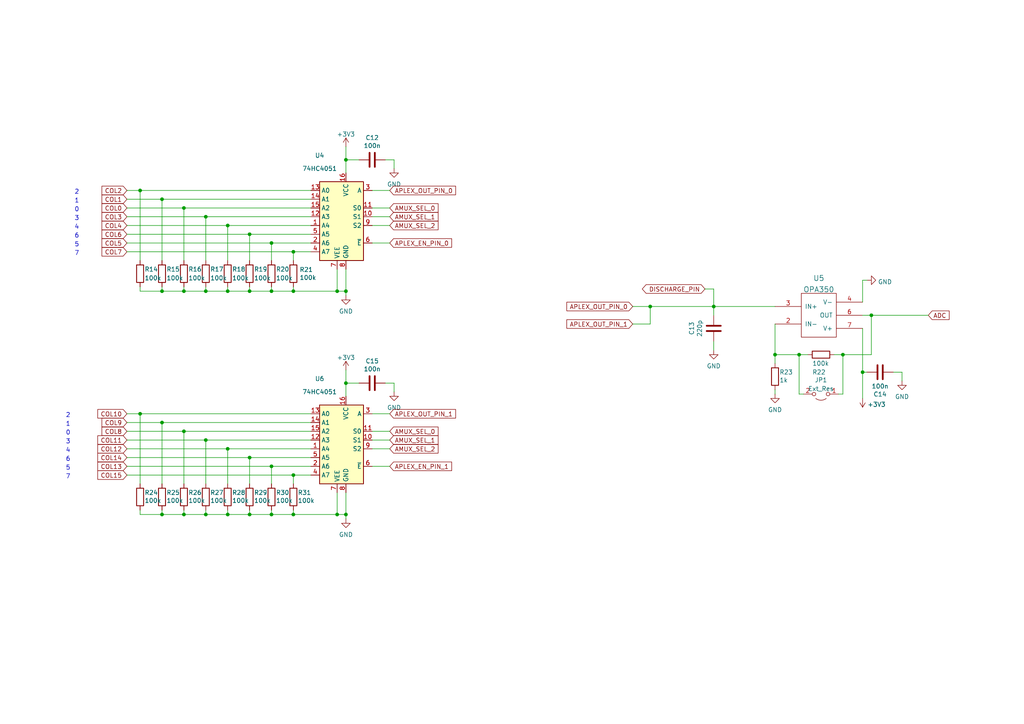
<source format=kicad_sch>
(kicad_sch (version 20230121) (generator eeschema)
  (paper "A4")
  (lib_symbols
    (symbol "74xx:74HC4051"
      (property "Reference" "U" (at -5.08 11.43 0))
      (property "Value" "74HC4051" (at -7.62 -13.97 0))
      (symbol "74HC4051_0_1"
        (rectangle (start -5.08 10.16) (end 7.62 -12.7) (stroke (width 0.254)) (fill (type background)))
      )
      (symbol "74HC4051_1_1"
        (pin passive line (at 10.16 -2.54 180) (length 2.54) (name "A4") (number "1"))
        (pin input line (at -7.62 0 0) (length 2.54) (name "S1") (number "10"))
        (pin input line (at -7.62 2.54 0) (length 2.54) (name "S0") (number "11"))
        (pin passive line (at 10.16 0 180) (length 2.54) (name "A3") (number "12"))
        (pin passive line (at 10.16 7.62 180) (length 2.54) (name "A0") (number "13"))
        (pin passive line (at 10.16 5.08 180) (length 2.54) (name "A1") (number "14"))
        (pin passive line (at 10.16 2.54 180) (length 2.54) (name "A2") (number "15"))
        (pin power_in line (at 0 12.7 270) (length 2.54) (name "VCC") (number "16"))
        (pin passive line (at 10.16 -7.62 180) (length 2.54) (name "A6") (number "2"))
        (pin passive line (at -7.62 7.62 0) (length 2.54) (name "A") (number "3"))
        (pin passive line (at 10.16 -10.16 180) (length 2.54) (name "A7") (number "4"))
        (pin passive line (at 10.16 -5.08 180) (length 2.54) (name "A5") (number "5"))
        (pin input line (at -7.62 -7.62 0) (length 2.54) (name "~{E}") (number "6"))
        (pin power_in line (at 2.54 -15.24 90) (length 2.54) (name "VEE") (number "7"))
        (pin power_in line (at 0 -15.24 90) (length 2.54) (name "GND") (number "8"))
        (pin input line (at -7.62 -2.54 0) (length 2.54) (name "S2") (number "9"))
      )
    )
    (symbol "Device:C" (pin_numbers hide) (pin_names (offset 0.254))
      (property "Reference" "C" (at 0.635 2.54 0))
      (property "Value" "C" (at 0.635 -2.54 0))
      (symbol "C_0_1"
        (polyline (pts (xy -2.032 -0.762) (xy 2.032 -0.762)) (stroke (width 0.508)))
        (polyline (pts (xy -2.032 0.762) (xy 2.032 0.762)) (stroke (width 0.508)))
      )
      (symbol "C_1_1"
        (pin passive line (at 0 3.81 270) (length 2.794) (name "~") (number "1"))
        (pin passive line (at 0 -3.81 90) (length 2.794) (name "~") (number "2"))
      )
    )
    (symbol "Device:R" (pin_numbers hide) (pin_names (offset 0))
      (property "Reference" "R" (at 2.032 0 90))
      (property "Value" "R" (at 0 0 90))
      (symbol "R_0_1"
        (rectangle (start -1.016 -2.54) (end 1.016 2.54) (stroke (width 0.254)))
      )
      (symbol "R_1_1"
        (pin passive line (at 0 3.81 270) (length 1.27) (name "~") (number "1"))
        (pin passive line (at 0 -3.81 90) (length 1.27) (name "~") (number "2"))
      )
    )
    (symbol "Jumper:Jumper_2_Open" (pin_names (offset 0) hide)
      (property "Reference" "JP" (at 0 2.794 0))
      (property "Value" "Jumper_2_Open" (at 0 -2.286 0))
      (symbol "Jumper_2_Open_0_0"
        (circle (center -2.032 0) (radius 0.508))
        (circle (center 2.032 0) (radius 0.508))
      )
      (symbol "Jumper_2_Open_0_1"
        (arc (start 1.524 1.27) (mid 0 1.778) (end -1.524 1.27))
      )
      (symbol "Jumper_2_Open_1_1"
        (pin passive line (at -5.08 0 0) (length 2.54) (name "A") (number "1"))
        (pin passive line (at 5.08 0 180) (length 2.54) (name "B") (number "2"))
      )
    )
    (symbol "burrbrown:OPA350" (pin_names (offset 1.016))
      (property "Reference" "U" (at 8.89 -7.62 0))
      (property "Value" "OPA350" (at 5.08 7.62 0))
      (symbol "OPA350_0_1"
        (rectangle (start 0 -6.35) (end 10.16 6.35))
        (pin input line (at -7.62 2.54 0) (length 7.62) (name "IN-") (number "2"))
        (pin input line (at -7.62 -2.54 0) (length 7.62) (name "IN+") (number "3"))
        (pin input line (at 17.78 -3.81 180) (length 7.62) (name "V-") (number "4"))
        (pin input line (at 17.78 0 180) (length 7.62) (name "OUT") (number "6"))
        (pin input line (at 17.78 3.81 180) (length 7.62) (name "V+") (number "7"))
      )
    )
    (symbol "power:+3.3V" (power) (pin_names (offset 0))
      (property "Value" "+3.3V" (at 0 3.556 0))
      (symbol "+3.3V_0_1"
        (polyline (pts (xy -0.762 1.27) (xy 0 2.54)))
        (polyline (pts (xy 0 0) (xy 0 2.54)))
        (polyline (pts (xy 0 2.54) (xy 0.762 1.27)))
      )
      (symbol "+3.3V_1_1"
        (pin power_in line (at 0 0 90) (length 0) hide (name "+3V3") (number "1"))
      )
    )
    (symbol "power:GND" (power) (pin_names (offset 0))
      (property "Value" "GND" (at 0 -3.81 0))
      (symbol "GND_0_1"
        (polyline (pts (xy 0 0) (xy 0 -1.27) (xy 1.27 -1.27) (xy 0 -2.54) (xy -1.27 -1.27) (xy 0 -1.27)))
      )
      (symbol "GND_1_1"
        (pin power_in line (at 0 0 270) (length 0) hide (name "GND") (number "1"))
      )
    )
  )
  (junction (at 59.69 127.635))
  (junction (at 78.74 149.225))
  (junction (at 46.99 57.785))
  (junction (at 53.34 84.455))
  (junction (at 46.99 122.555))
  (junction (at 66.04 130.175))
  (junction (at 250.19 107.95))
  (junction (at 46.99 84.455))
  (junction (at 46.99 149.225))
  (junction (at 78.74 135.255))
  (junction (at 207.01 88.9))
  (junction (at 97.79 84.455))
  (junction (at 66.04 65.405))
  (junction (at 40.64 55.245))
  (junction (at 252.73 91.44))
  (junction (at 85.09 73.025))
  (junction (at 97.79 149.225))
  (junction (at 85.09 84.455))
  (junction (at 224.79 102.87))
  (junction (at 100.33 84.455))
  (junction (at 231.775 102.87))
  (junction (at 100.33 46.355))
  (junction (at 53.34 125.095))
  (junction (at 100.33 111.125))
  (junction (at 59.69 149.225))
  (junction (at 244.475 102.87))
  (junction (at 53.34 149.225))
  (junction (at 66.04 149.225))
  (junction (at 72.39 132.715))
  (junction (at 59.69 62.865))
  (junction (at 40.64 120.015))
  (junction (at 72.39 67.945))
  (junction (at 188.595 88.9))
  (junction (at 66.04 84.455))
  (junction (at 100.33 149.225))
  (junction (at 85.09 137.795))
  (junction (at 53.34 60.325))
  (junction (at 85.09 149.225))
  (junction (at 78.74 70.485))
  (junction (at 59.69 84.455))
  (junction (at 72.39 84.455))
  (junction (at 72.39 149.225))
  (junction (at 78.74 84.455))
  (wire (pts (xy 46.99 122.555) (xy 36.83 122.555)))
  (wire (pts (xy 66.04 147.955) (xy 66.04 149.225)))
  (wire (pts (xy 233.045 114.3) (xy 231.775 114.3)))
  (wire (pts (xy 78.74 147.955) (xy 78.74 149.225)))
  (wire (pts (xy 188.595 88.9) (xy 188.595 93.98)))
  (wire (pts (xy 90.17 60.325) (xy 53.34 60.325)))
  (wire (pts (xy 53.34 149.225) (xy 59.69 149.225)))
  (wire (pts (xy 107.95 62.865) (xy 113.03 62.865)))
  (wire (pts (xy 85.09 147.955) (xy 85.09 149.225)))
  (wire (pts (xy 59.69 127.635) (xy 59.69 140.335)))
  (wire (pts (xy 261.62 107.95) (xy 261.62 110.49)))
  (wire (pts (xy 114.3 111.125) (xy 114.3 113.665)))
  (wire (pts (xy 85.09 149.225) (xy 97.79 149.225)))
  (wire (pts (xy 66.04 130.175) (xy 66.04 140.335)))
  (wire (pts (xy 66.04 65.405) (xy 36.83 65.405)))
  (wire (pts (xy 252.73 91.44) (xy 269.24 91.44)))
  (wire (pts (xy 72.39 147.955) (xy 72.39 149.225)))
  (wire (pts (xy 59.69 84.455) (xy 66.04 84.455)))
  (wire (pts (xy 72.39 75.565) (xy 72.39 67.945)))
  (wire (pts (xy 100.33 111.125) (xy 100.33 114.935)))
  (wire (pts (xy 46.99 57.785) (xy 36.83 57.785)))
  (wire (pts (xy 40.64 83.185) (xy 40.64 84.455)))
  (wire (pts (xy 66.04 149.225) (xy 72.39 149.225)))
  (wire (pts (xy 97.79 78.105) (xy 97.79 84.455)))
  (wire (pts (xy 90.17 67.945) (xy 72.39 67.945)))
  (wire (pts (xy 207.01 99.06) (xy 207.01 101.6)))
  (wire (pts (xy 250.19 115.57) (xy 250.19 107.95)))
  (wire (pts (xy 72.39 84.455) (xy 78.74 84.455)))
  (wire (pts (xy 85.09 140.335) (xy 85.09 137.795)))
  (wire (pts (xy 252.73 102.87) (xy 252.73 91.44)))
  (wire (pts (xy 90.17 130.175) (xy 66.04 130.175)))
  (wire (pts (xy 66.04 83.185) (xy 66.04 84.455)))
  (wire (pts (xy 90.17 132.715) (xy 72.39 132.715)))
  (wire (pts (xy 97.79 142.875) (xy 97.79 149.225)))
  (wire (pts (xy 46.99 149.225) (xy 53.34 149.225)))
  (wire (pts (xy 40.64 147.955) (xy 40.64 149.225)))
  (wire (pts (xy 107.95 127.635) (xy 113.03 127.635)))
  (wire (pts (xy 78.74 140.335) (xy 78.74 135.255)))
  (wire (pts (xy 244.475 114.3) (xy 244.475 102.87)))
  (wire (pts (xy 53.34 60.325) (xy 36.83 60.325)))
  (wire (pts (xy 90.17 127.635) (xy 59.69 127.635)))
  (wire (pts (xy 250.19 95.25) (xy 250.19 107.95)))
  (wire (pts (xy 241.935 102.87) (xy 244.475 102.87)))
  (wire (pts (xy 53.34 147.955) (xy 53.34 149.225)))
  (wire (pts (xy 36.83 130.175) (xy 66.04 130.175)))
  (wire (pts (xy 72.39 83.185) (xy 72.39 84.455)))
  (wire (pts (xy 78.74 70.485) (xy 90.17 70.485)))
  (wire (pts (xy 40.64 84.455) (xy 46.99 84.455)))
  (wire (pts (xy 36.83 137.795) (xy 85.09 137.795)))
  (wire (pts (xy 183.515 93.98) (xy 188.595 93.98)))
  (wire (pts (xy 259.08 107.95) (xy 261.62 107.95)))
  (wire (pts (xy 53.34 140.335) (xy 53.34 125.095)))
  (wire (pts (xy 224.79 102.87) (xy 224.79 105.41)))
  (wire (pts (xy 36.83 120.015) (xy 40.64 120.015)))
  (wire (pts (xy 104.14 111.125) (xy 100.33 111.125)))
  (wire (pts (xy 72.39 140.335) (xy 72.39 132.715)))
  (wire (pts (xy 90.17 57.785) (xy 46.99 57.785)))
  (wire (pts (xy 78.74 83.185) (xy 78.74 84.455)))
  (wire (pts (xy 183.515 88.9) (xy 188.595 88.9)))
  (wire (pts (xy 53.34 125.095) (xy 36.83 125.095)))
  (wire (pts (xy 113.03 120.015) (xy 107.95 120.015)))
  (wire (pts (xy 40.64 149.225) (xy 46.99 149.225)))
  (wire (pts (xy 72.39 67.945) (xy 36.83 67.945)))
  (wire (pts (xy 243.205 114.3) (xy 244.475 114.3)))
  (wire (pts (xy 113.03 135.255) (xy 107.95 135.255)))
  (wire (pts (xy 204.47 83.82) (xy 207.01 83.82)))
  (wire (pts (xy 104.14 46.355) (xy 100.33 46.355)))
  (wire (pts (xy 207.01 88.9) (xy 224.79 88.9)))
  (wire (pts (xy 107.95 130.175) (xy 113.03 130.175)))
  (wire (pts (xy 85.09 75.565) (xy 85.09 73.025)))
  (wire (pts (xy 36.83 70.485) (xy 78.74 70.485)))
  (wire (pts (xy 59.69 127.635) (xy 36.83 127.635)))
  (wire (pts (xy 53.34 75.565) (xy 53.34 60.325)))
  (wire (pts (xy 100.33 107.315) (xy 100.33 111.125)))
  (wire (pts (xy 53.34 83.185) (xy 53.34 84.455)))
  (wire (pts (xy 244.475 102.87) (xy 252.73 102.87)))
  (wire (pts (xy 53.34 84.455) (xy 59.69 84.455)))
  (wire (pts (xy 107.95 60.325) (xy 113.03 60.325)))
  (wire (pts (xy 107.95 65.405) (xy 113.03 65.405)))
  (wire (pts (xy 90.17 137.795) (xy 85.09 137.795)))
  (wire (pts (xy 97.79 84.455) (xy 100.33 84.455)))
  (wire (pts (xy 250.19 81.28) (xy 251.46 81.28)))
  (wire (pts (xy 85.09 84.455) (xy 97.79 84.455)))
  (wire (pts (xy 40.64 120.015) (xy 90.17 120.015)))
  (wire (pts (xy 66.04 75.565) (xy 66.04 65.405)))
  (wire (pts (xy 90.17 73.025) (xy 85.09 73.025)))
  (wire (pts (xy 46.99 84.455) (xy 53.34 84.455)))
  (wire (pts (xy 36.83 55.245) (xy 40.64 55.245)))
  (wire (pts (xy 251.46 107.95) (xy 250.19 107.95)))
  (wire (pts (xy 224.79 102.87) (xy 231.775 102.87)))
  (wire (pts (xy 207.01 83.82) (xy 207.01 88.9)))
  (wire (pts (xy 100.33 142.875) (xy 100.33 149.225)))
  (wire (pts (xy 113.03 55.245) (xy 107.95 55.245)))
  (wire (pts (xy 224.79 113.03) (xy 224.79 114.3)))
  (wire (pts (xy 59.69 83.185) (xy 59.69 84.455)))
  (wire (pts (xy 78.74 149.225) (xy 85.09 149.225)))
  (wire (pts (xy 72.39 149.225) (xy 78.74 149.225)))
  (wire (pts (xy 97.79 149.225) (xy 100.33 149.225)))
  (wire (pts (xy 59.69 62.865) (xy 36.83 62.865)))
  (wire (pts (xy 46.99 75.565) (xy 46.99 57.785)))
  (wire (pts (xy 36.83 73.025) (xy 85.09 73.025)))
  (wire (pts (xy 72.39 132.715) (xy 36.83 132.715)))
  (wire (pts (xy 231.775 114.3) (xy 231.775 102.87)))
  (wire (pts (xy 78.74 84.455) (xy 85.09 84.455)))
  (wire (pts (xy 90.17 65.405) (xy 66.04 65.405)))
  (wire (pts (xy 40.64 55.245) (xy 90.17 55.245)))
  (wire (pts (xy 100.33 46.355) (xy 100.33 50.165)))
  (wire (pts (xy 107.95 125.095) (xy 113.03 125.095)))
  (wire (pts (xy 207.01 91.44) (xy 207.01 88.9)))
  (wire (pts (xy 114.3 46.355) (xy 114.3 48.895)))
  (wire (pts (xy 59.69 149.225) (xy 66.04 149.225)))
  (wire (pts (xy 250.19 87.63) (xy 250.19 81.28)))
  (wire (pts (xy 40.64 140.335) (xy 40.64 120.015)))
  (wire (pts (xy 85.09 83.185) (xy 85.09 84.455)))
  (wire (pts (xy 36.83 135.255) (xy 78.74 135.255)))
  (wire (pts (xy 59.69 147.955) (xy 59.69 149.225)))
  (wire (pts (xy 78.74 75.565) (xy 78.74 70.485)))
  (wire (pts (xy 59.69 62.865) (xy 59.69 75.565)))
  (wire (pts (xy 78.74 135.255) (xy 90.17 135.255)))
  (wire (pts (xy 111.76 111.125) (xy 114.3 111.125)))
  (wire (pts (xy 100.33 42.545) (xy 100.33 46.355)))
  (wire (pts (xy 188.595 88.9) (xy 207.01 88.9)))
  (wire (pts (xy 90.17 62.865) (xy 59.69 62.865)))
  (wire (pts (xy 90.17 122.555) (xy 46.99 122.555)))
  (wire (pts (xy 40.64 75.565) (xy 40.64 55.245)))
  (wire (pts (xy 66.04 84.455) (xy 72.39 84.455)))
  (wire (pts (xy 46.99 140.335) (xy 46.99 122.555)))
  (wire (pts (xy 90.17 125.095) (xy 53.34 125.095)))
  (wire (pts (xy 46.99 147.955) (xy 46.99 149.225)))
  (wire (pts (xy 231.775 102.87) (xy 234.315 102.87)))
  (wire (pts (xy 100.33 85.725) (xy 100.33 84.455)))
  (wire (pts (xy 100.33 78.105) (xy 100.33 84.455)))
  (wire (pts (xy 111.76 46.355) (xy 114.3 46.355)))
  (wire (pts (xy 46.99 83.185) (xy 46.99 84.455)))
  (wire (pts (xy 252.73 91.44) (xy 250.19 91.44)))
  (wire (pts (xy 100.33 150.495) (xy 100.33 149.225)))
  (wire (pts (xy 113.03 70.485) (xy 107.95 70.485)))
  (wire (pts (xy 224.79 93.98) (xy 224.79 102.87)))
  (text "4" (at 21.59 66.675 0) (effects (font (size 1.27 1.27)) (justify left bottom)))
  (text "7\n" (at 19.05 139.065 0) (effects (font (size 1.27 1.27)) (justify left bottom)))
  (text "1\n" (at 21.59 59.055 0) (effects (font (size 1.27 1.27)) (justify left bottom)))
  (text "4" (at 19.05 131.445 0) (effects (font (size 1.27 1.27)) (justify left bottom)))
  (text "6" (at 19.05 133.985 0) (effects (font (size 1.27 1.27)) (justify left bottom)))
  (text "2" (at 21.59 56.515 0) (effects (font (size 1.27 1.27)) (justify left bottom)))
  (text "0\n" (at 19.05 126.365 0) (effects (font (size 1.27 1.27)) (justify left bottom)))
  (text "1\n" (at 19.05 123.825 0) (effects (font (size 1.27 1.27)) (justify left bottom)))
  (text "5" (at 21.59 71.755 0) (effects (font (size 1.27 1.27)) (justify left bottom)))
  (text "5" (at 19.05 136.525 0) (effects (font (size 1.27 1.27)) (justify left bottom)))
  (text "7\n" (at 21.59 74.295 0) (effects (font (size 1.27 1.27)) (justify left bottom)))
  (text "6" (at 21.59 69.215 0) (effects (font (size 1.27 1.27)) (justify left bottom)))
  (text "3\n" (at 19.05 128.905 0) (effects (font (size 1.27 1.27)) (justify left bottom)))
  (text "3\n" (at 21.59 64.135 0) (effects (font (size 1.27 1.27)) (justify left bottom)))
  (text "2" (at 19.05 121.285 0) (effects (font (size 1.27 1.27)) (justify left bottom)))
  (text "0\n" (at 21.59 61.595 0) (effects (font (size 1.27 1.27)) (justify left bottom)))
  (global_label "COL3" (shape input) (at 36.83 62.865 180) (property "Intersheetrefs" "${INTERSHEET_REFS}" (effects hide)))
  (global_label "AMUX_SEL_0" (shape input) (at 113.03 125.095 0) (property "Intersheetrefs" "${INTERSHEET_REFS}" (effects hide)))
  (global_label "AMUX_SEL_1" (shape input) (at 113.03 62.865 0) (property "Intersheetrefs" "${INTERSHEET_REFS}" (effects hide)))
  (global_label "COL12" (shape input) (at 36.83 130.175 180) (property "Intersheetrefs" "${INTERSHEET_REFS}" (effects hide)))
  (global_label "APLEX_OUT_PIN_1" (shape input) (at 113.03 120.015 0) (property "Intersheetrefs" "${INTERSHEET_REFS}" (effects hide)))
  (global_label "COL8" (shape input) (at 36.83 125.095 180) (property "Intersheetrefs" "${INTERSHEET_REFS}" (effects hide)))
  (global_label "AMUX_SEL_2" (shape input) (at 113.03 65.405 0) (property "Intersheetrefs" "${INTERSHEET_REFS}" (effects hide)))
  (global_label "COL14" (shape input) (at 36.83 132.715 180) (property "Intersheetrefs" "${INTERSHEET_REFS}" (effects hide)))
  (global_label "APLEX_OUT_PIN_0" (shape input) (at 113.03 55.245 0) (property "Intersheetrefs" "${INTERSHEET_REFS}" (effects hide)))
  (global_label "COL10" (shape input) (at 36.83 120.015 180) (property "Intersheetrefs" "${INTERSHEET_REFS}" (effects hide)))
  (global_label "COL2" (shape input) (at 36.83 55.245 180) (property "Intersheetrefs" "${INTERSHEET_REFS}" (effects hide)))
  (global_label "APLEX_OUT_PIN_0" (shape input) (at 183.515 88.9 180) (property "Intersheetrefs" "${INTERSHEET_REFS}" (effects hide)))
  (global_label "COL5" (shape input) (at 36.83 70.485 180) (property "Intersheetrefs" "${INTERSHEET_REFS}" (effects hide)))
  (global_label "APLEX_OUT_PIN_1" (shape input) (at 183.515 93.98 180) (property "Intersheetrefs" "${INTERSHEET_REFS}" (effects hide)))
  (global_label "COL9" (shape input) (at 36.83 122.555 180) (property "Intersheetrefs" "${INTERSHEET_REFS}" (effects hide)))
  (global_label "COL7" (shape input) (at 36.83 73.025 180) (property "Intersheetrefs" "${INTERSHEET_REFS}" (effects hide)))
  (global_label "COL11" (shape input) (at 36.83 127.635 180) (property "Intersheetrefs" "${INTERSHEET_REFS}" (effects hide)))
  (global_label "AMUX_SEL_2" (shape input) (at 113.03 130.175 0) (property "Intersheetrefs" "${INTERSHEET_REFS}" (effects hide)))
  (global_label "COL0" (shape input) (at 36.83 60.325 180) (property "Intersheetrefs" "${INTERSHEET_REFS}" (effects hide)))
  (global_label "COL6" (shape input) (at 36.83 67.945 180) (property "Intersheetrefs" "${INTERSHEET_REFS}" (effects hide)))
  (global_label "COL15" (shape input) (at 36.83 137.795 180) (property "Intersheetrefs" "${INTERSHEET_REFS}" (effects hide)))
  (global_label "APLEX_EN_PIN_0" (shape input) (at 113.03 70.485 0) (property "Intersheetrefs" "${INTERSHEET_REFS}" (effects hide)))
  (global_label "AMUX_SEL_0" (shape input) (at 113.03 60.325 0) (property "Intersheetrefs" "${INTERSHEET_REFS}" (effects hide)))
  (global_label "APLEX_EN_PIN_1" (shape input) (at 113.03 135.255 0) (property "Intersheetrefs" "${INTERSHEET_REFS}" (effects hide)))
  (global_label "AMUX_SEL_1" (shape input) (at 113.03 127.635 0) (property "Intersheetrefs" "${INTERSHEET_REFS}" (effects hide)))
  (global_label "COL1" (shape input) (at 36.83 57.785 180) (property "Intersheetrefs" "${INTERSHEET_REFS}" (effects hide)))
  (global_label "COL4" (shape input) (at 36.83 65.405 180) (property "Intersheetrefs" "${INTERSHEET_REFS}" (effects hide)))
  (global_label "ADC" (shape input) (at 269.24 91.44 0) (property "Intersheetrefs" "${INTERSHEET_REFS}" (effects hide)))
  (global_label "COL13" (shape input) (at 36.83 135.255 180) (property "Intersheetrefs" "${INTERSHEET_REFS}" (effects hide)))
  (global_label "DISCHARGE_PIN" (shape bidirectional) (at 204.47 83.82 180) (property "Intersheetrefs" "${INTERSHEET_REFS}" (effects hide)))
  (symbol (lib_id "74xx:74HC4051") (at 100.33 62.865 0) (mirror y) (unit 1)
    (property "Reference" "U4" (at 92.71 45.085 0))
    (property "Value" "74HC4051" (at 92.71 48.895 0))
    (property "Footprint" "cipulot_parts:TSSOP16" (effects hide))
    (property "Datasheet" "http://www.ti.com/lit/ds/symlink/cd74hc4051.pdf" (effects hide))
    (property "LCSC" "C5645" (effects hide))
  )
  (symbol (lib_id "Device:R") (at 85.09 144.145 0) (unit 1)
    (property "Reference" "R31" (at 86.36 142.875 0) (effects (justify left)))
    (property "Value" "100k" (at 86.36 145.1864 0) (effects (justify left)))
    (property "Footprint" "Resistor_SMD:R_0402_1005Metric" (effects hide))
    (property "LCSC" "C25741" (effects hide))
  )
  (symbol (lib_id "Device:R") (at 40.64 79.375 0) (unit 1)
    (property "Reference" "R14" (at 41.91 78.105 0) (effects (justify left)))
    (property "Value" "100k" (at 41.91 80.645 0) (effects (justify left)))
    (property "Footprint" "Resistor_SMD:R_0402_1005Metric" (effects hide))
    (property "LCSC" "C25741" (effects hide))
  )
  (symbol (lib_id "Device:R") (at 224.79 109.22 0) (unit 1)
    (property "Reference" "R23" (at 226.06 107.95 0) (effects (justify left)))
    (property "Value" "1k" (at 226.06 110.2614 0) (effects (justify left)))
    (property "Footprint" "Resistor_SMD:R_0603_1608Metric" (effects hide))
    (property "LCSC" "C21190" (effects hide))
  )
  (symbol (lib_id "power:+3.3V") (at 100.33 107.315 0) (unit 1)
    (property "Reference" "#PWR0153" (effects hide))
    (property "Value" "+3.3V" (at 100.33 103.7105 0))
  )
  (symbol (lib_id "power:GND") (at 114.3 113.665 0) (unit 1)
    (property "Reference" "#PWR0148" (effects hide))
    (property "Value" "GND" (at 114.3 118.2275 0))
  )
  (symbol (lib_id "Device:R") (at 66.04 144.145 0) (unit 1)
    (property "Reference" "R28" (at 67.31 142.875 0) (effects (justify left)))
    (property "Value" "100k" (at 67.31 145.1864 0) (effects (justify left)))
    (property "Footprint" "Resistor_SMD:R_0402_1005Metric" (effects hide))
    (property "LCSC" "C25741" (effects hide))
  )
  (symbol (lib_id "Device:C") (at 255.27 107.95 270) (mirror x) (unit 1)
    (property "Reference" "C14" (at 255.27 114.3508 90))
    (property "Value" "100n" (at 255.27 112.0394 90))
    (property "Footprint" "Capacitor_SMD:C_0402_1005Metric" (effects hide))
    (property "LCSC" "C307331" (effects hide))
  )
  (symbol (lib_id "74xx:74HC4051") (at 100.33 127.635 0) (mirror y) (unit 1)
    (property "Reference" "U6" (at 92.71 109.855 0))
    (property "Value" "74HC4051" (at 92.71 113.665 0))
    (property "Footprint" "cipulot_parts:TSSOP16" (effects hide))
    (property "Datasheet" "http://www.ti.com/lit/ds/symlink/cd74hc4051.pdf" (effects hide))
    (property "LCSC" "C5645" (effects hide))
  )
  (symbol (lib_id "Device:R") (at 46.99 79.375 0) (unit 1)
    (property "Reference" "R15" (at 48.26 78.105 0) (effects (justify left)))
    (property "Value" "100k" (at 48.26 80.645 0) (effects (justify left)))
    (property "Footprint" "Resistor_SMD:R_0402_1005Metric" (effects hide))
    (property "LCSC" "C25741" (effects hide))
  )
  (symbol (lib_id "Device:R") (at 53.34 79.375 0) (unit 1)
    (property "Reference" "R16" (at 54.61 78.105 0) (effects (justify left)))
    (property "Value" "100k" (at 54.61 80.645 0) (effects (justify left)))
    (property "Footprint" "Resistor_SMD:R_0402_1005Metric" (effects hide))
    (property "LCSC" "C25741" (effects hide))
  )
  (symbol (lib_id "Device:R") (at 72.39 79.375 0) (unit 1)
    (property "Reference" "R19" (at 73.66 78.105 0) (effects (justify left)))
    (property "Value" "100k" (at 73.66 80.645 0) (effects (justify left)))
    (property "Footprint" "Resistor_SMD:R_0402_1005Metric" (effects hide))
    (property "LCSC" "C25741" (effects hide))
  )
  (symbol (lib_id "Device:R") (at 78.74 79.375 0) (unit 1)
    (property "Reference" "R20" (at 80.01 78.105 0) (effects (justify left)))
    (property "Value" "100k" (at 80.01 80.645 0) (effects (justify left)))
    (property "Footprint" "Resistor_SMD:R_0402_1005Metric" (effects hide))
    (property "LCSC" "C25741" (effects hide))
  )
  (symbol (lib_id "power:GND") (at 224.79 114.3 0) (unit 1)
    (property "Reference" "#PWR0149" (effects hide))
    (property "Value" "GND" (at 224.79 118.8625 0))
  )
  (symbol (lib_id "Device:R") (at 238.125 102.87 270) (unit 1)
    (property "Reference" "R22" (at 235.585 107.95 90) (effects (justify left)))
    (property "Value" "100k" (at 235.585 105.41 90) (effects (justify left)))
    (property "Footprint" "Resistor_SMD:R_0603_1608Metric" (effects hide))
    (property "LCSC" "C25803" (effects hide))
  )
  (symbol (lib_id "Device:R") (at 40.64 144.145 0) (unit 1)
    (property "Reference" "R24" (at 41.91 142.875 0) (effects (justify left)))
    (property "Value" "100k" (at 41.91 145.1864 0) (effects (justify left)))
    (property "Footprint" "Resistor_SMD:R_0402_1005Metric" (effects hide))
    (property "LCSC" "C25741" (effects hide))
  )
  (symbol (lib_id "Device:R") (at 72.39 144.145 0) (unit 1)
    (property "Reference" "R29" (at 73.66 142.875 0) (effects (justify left)))
    (property "Value" "100k" (at 73.66 145.1864 0) (effects (justify left)))
    (property "Footprint" "Resistor_SMD:R_0402_1005Metric" (effects hide))
    (property "LCSC" "C25741" (effects hide))
  )
  (symbol (lib_id "power:+3.3V") (at 100.33 42.545 0) (unit 1)
    (property "Reference" "#PWR0156" (effects hide))
    (property "Value" "+3.3V" (at 100.33 38.9405 0))
  )
  (symbol (lib_id "Device:C") (at 207.01 95.25 0) (unit 1)
    (property "Reference" "C13" (at 200.6092 95.25 90))
    (property "Value" "220p" (at 202.9206 95.25 90))
    (property "Footprint" "Capacitor_SMD:C_0603_1608Metric" (effects hide))
    (property "LCSC" "C1603" (effects hide))
  )
  (symbol (lib_id "Device:C") (at 107.95 111.125 270) (unit 1)
    (property "Reference" "C15" (at 107.95 104.7242 90))
    (property "Value" "100n" (at 107.95 107.0356 90))
    (property "Footprint" "Capacitor_SMD:C_0402_1005Metric" (effects hide))
    (property "LCSC" "C307331" (effects hide))
  )
  (symbol (lib_id "Jumper:Jumper_2_Open") (at 238.125 114.3 180) (unit 1)
    (property "Reference" "JP1" (at 238.125 110.2192 0))
    (property "Value" "Ext_Res" (at 238.125 112.7561 0))
    (property "Footprint" "Resistor_SMD:R_0603_1608Metric" (effects hide))
  )
  (symbol (lib_id "power:GND") (at 207.01 101.6 0) (unit 1)
    (property "Reference" "#PWR0157" (effects hide))
    (property "Value" "GND" (at 207.01 106.1625 0))
  )
  (symbol (lib_id "power:GND") (at 100.33 85.725 0) (unit 1)
    (property "Reference" "#PWR0154" (effects hide))
    (property "Value" "GND" (at 100.33 90.2875 0))
  )
  (symbol (lib_id "Device:R") (at 78.74 144.145 0) (unit 1)
    (property "Reference" "R30" (at 80.01 142.875 0) (effects (justify left)))
    (property "Value" "100k" (at 80.01 145.1864 0) (effects (justify left)))
    (property "Footprint" "Resistor_SMD:R_0402_1005Metric" (effects hide))
    (property "LCSC" "C25741" (effects hide))
  )
  (symbol (lib_id "Device:C") (at 107.95 46.355 270) (unit 1)
    (property "Reference" "C12" (at 107.95 39.9542 90))
    (property "Value" "100n" (at 107.95 42.2656 90))
    (property "Footprint" "Capacitor_SMD:C_0402_1005Metric" (effects hide))
    (property "LCSC" "C307331" (effects hide))
  )
  (symbol (lib_id "power:GND") (at 100.33 150.495 0) (unit 1)
    (property "Reference" "#PWR0147" (effects hide))
    (property "Value" "GND" (at 100.33 155.0575 0))
  )
  (symbol (lib_id "power:GND") (at 251.46 81.28 90) (unit 1)
    (property "Reference" "#PWR0150" (effects hide))
    (property "Value" "GND" (at 254.635 81.759 90) (effects (justify right)))
  )
  (symbol (lib_id "Device:R") (at 66.04 79.375 0) (unit 1)
    (property "Reference" "R18" (at 67.31 78.105 0) (effects (justify left)))
    (property "Value" "100k" (at 67.31 80.645 0) (effects (justify left)))
    (property "Footprint" "Resistor_SMD:R_0402_1005Metric" (effects hide))
    (property "LCSC" "C25741" (effects hide))
  )
  (symbol (lib_id "Device:R") (at 85.09 79.375 0) (unit 1)
    (property "Reference" "R21" (at 86.868 78.2066 0) (effects (justify left)))
    (property "Value" "100k" (at 86.868 80.518 0) (effects (justify left)))
    (property "Footprint" "Resistor_SMD:R_0402_1005Metric" (effects hide))
    (property "LCSC" "C25741" (effects hide))
  )
  (symbol (lib_id "power:+3.3V") (at 250.19 115.57 180) (unit 1)
    (property "Reference" "#PWR0151" (effects hide))
    (property "Value" "+3.3V" (at 251.587 117.319 0) (effects (justify right)))
  )
  (symbol (lib_id "burrbrown:OPA350") (at 232.41 91.44 0) (mirror x) (unit 1)
    (property "Reference" "U5" (at 237.49 80.6861 0) (effects (font (size 1.524 1.524))))
    (property "Value" "OPA350" (at 237.49 83.9651 0) (effects (font (size 1.524 1.524))))
    (property "Footprint" "Package_SO:SOIC-8_3.9x4.9mm_P1.27mm" (effects hide))
    (property "LCSC" "C13388" (effects hide))
  )
  (symbol (lib_id "Device:R") (at 59.69 144.145 0) (unit 1)
    (property "Reference" "R27" (at 60.96 142.875 0) (effects (justify left)))
    (property "Value" "100k" (at 60.96 145.1864 0) (effects (justify left)))
    (property "Footprint" "Resistor_SMD:R_0402_1005Metric" (effects hide))
    (property "LCSC" "C25741" (effects hide))
  )
  (symbol (lib_id "Device:R") (at 59.69 79.375 0) (unit 1)
    (property "Reference" "R17" (at 60.96 78.105 0) (effects (justify left)))
    (property "Value" "100k" (at 60.96 80.645 0) (effects (justify left)))
    (property "Footprint" "Resistor_SMD:R_0402_1005Metric" (effects hide))
    (property "LCSC" "C25741" (effects hide))
  )
  (symbol (lib_id "power:GND") (at 261.62 110.49 0) (unit 1)
    (property "Reference" "#PWR0152" (effects hide))
    (property "Value" "GND" (at 261.62 115.0525 0))
  )
  (symbol (lib_id "power:GND") (at 114.3 48.895 0) (unit 1)
    (property "Reference" "#PWR0155" (effects hide))
    (property "Value" "GND" (at 114.3 53.4575 0))
  )
  (symbol (lib_id "Device:R") (at 53.34 144.145 0) (unit 1)
    (property "Reference" "R26" (at 54.61 142.875 0) (effects (justify left)))
    (property "Value" "100k" (at 54.61 145.1864 0) (effects (justify left)))
    (property "Footprint" "Resistor_SMD:R_0402_1005Metric" (effects hide))
    (property "LCSC" "C25741" (effects hide))
  )
  (symbol (lib_id "Device:R") (at 46.99 144.145 0) (unit 1)
    (property "Reference" "R25" (at 48.26 142.875 0) (effects (justify left)))
    (property "Value" "100k" (at 48.26 145.1864 0) (effects (justify left)))
    (property "Footprint" "Resistor_SMD:R_0402_1005Metric" (effects hide))
    (property "LCSC" "C25741" (effects hide))
  )
)
</source>
